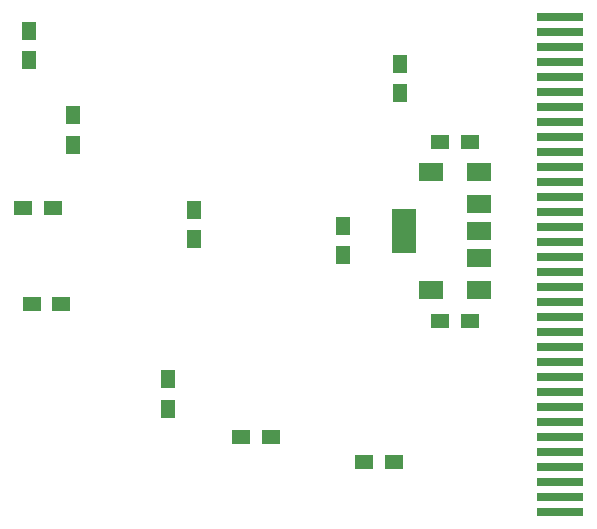
<source format=gbp>
G04 #@! TF.GenerationSoftware,KiCad,Pcbnew,5.1.2-f72e74a~84~ubuntu16.04.1*
G04 #@! TF.CreationDate,2019-06-15T11:53:25+02:00*
G04 #@! TF.ProjectId,sakura,73616b75-7261-42e6-9b69-6361645f7063,2.1.2019*
G04 #@! TF.SameCoordinates,Original*
G04 #@! TF.FileFunction,Paste,Bot*
G04 #@! TF.FilePolarity,Positive*
%FSLAX46Y46*%
G04 Gerber Fmt 4.6, Leading zero omitted, Abs format (unit mm)*
G04 Created by KiCad (PCBNEW 5.1.2-f72e74a~84~ubuntu16.04.1) date 2019-06-15 11:53:25*
%MOMM*%
%LPD*%
G04 APERTURE LIST*
%ADD10R,4.000000X0.800000*%
%ADD11R,1.500000X1.250000*%
%ADD12R,1.250000X1.500000*%
%ADD13R,2.000000X1.600000*%
%ADD14R,2.000000X1.500000*%
%ADD15R,2.000000X3.800000*%
G04 APERTURE END LIST*
D10*
X176464550Y-127593450D03*
X176464550Y-126323450D03*
X176464550Y-125053450D03*
X176464550Y-123783450D03*
X176464550Y-122513450D03*
X176464550Y-121243450D03*
X176464550Y-119973450D03*
X176464550Y-118703450D03*
X176464550Y-117433450D03*
X176464550Y-116163450D03*
X176464550Y-114893450D03*
X176464550Y-113623450D03*
X176464550Y-112353450D03*
X176464550Y-111083450D03*
X176464550Y-109813450D03*
X176464550Y-108543450D03*
X176464550Y-107273450D03*
X176464550Y-106003450D03*
X176464550Y-104733450D03*
X176464550Y-103463450D03*
X176464550Y-102193450D03*
X176464550Y-100923450D03*
X176464550Y-99653450D03*
X176464550Y-98383450D03*
X176464550Y-97113450D03*
X176464550Y-95843450D03*
X176464550Y-94573450D03*
X176464550Y-93303450D03*
X176464550Y-92033450D03*
X176464550Y-90763450D03*
X176464550Y-89493450D03*
X176464550Y-88223450D03*
X176464550Y-86953450D03*
X176464550Y-85683450D03*
D11*
X162414300Y-123389940D03*
X159914300Y-123389940D03*
X166334300Y-111419940D03*
X168834300Y-111419940D03*
D12*
X162944300Y-89659940D03*
X162944300Y-92159940D03*
X143344450Y-116359790D03*
X143344450Y-118859790D03*
X158084450Y-105899790D03*
X158084450Y-103399790D03*
D11*
X131034300Y-101879940D03*
X133534300Y-101879940D03*
X134264300Y-109969940D03*
X131764300Y-109969940D03*
D12*
X145484450Y-104549790D03*
X145484450Y-102049790D03*
D11*
X149484300Y-121299940D03*
X151984300Y-121299940D03*
D12*
X135234300Y-96509940D03*
X135234300Y-94009940D03*
X131564300Y-86859940D03*
X131564300Y-89359940D03*
D11*
X166344300Y-96289940D03*
X168844300Y-96289940D03*
D13*
X165594300Y-108819940D03*
X169594300Y-108819940D03*
X169594300Y-98869940D03*
X165594300Y-98869940D03*
D14*
X169604450Y-101549790D03*
X169604450Y-106149790D03*
X169604450Y-103849790D03*
D15*
X163304450Y-103849790D03*
M02*

</source>
